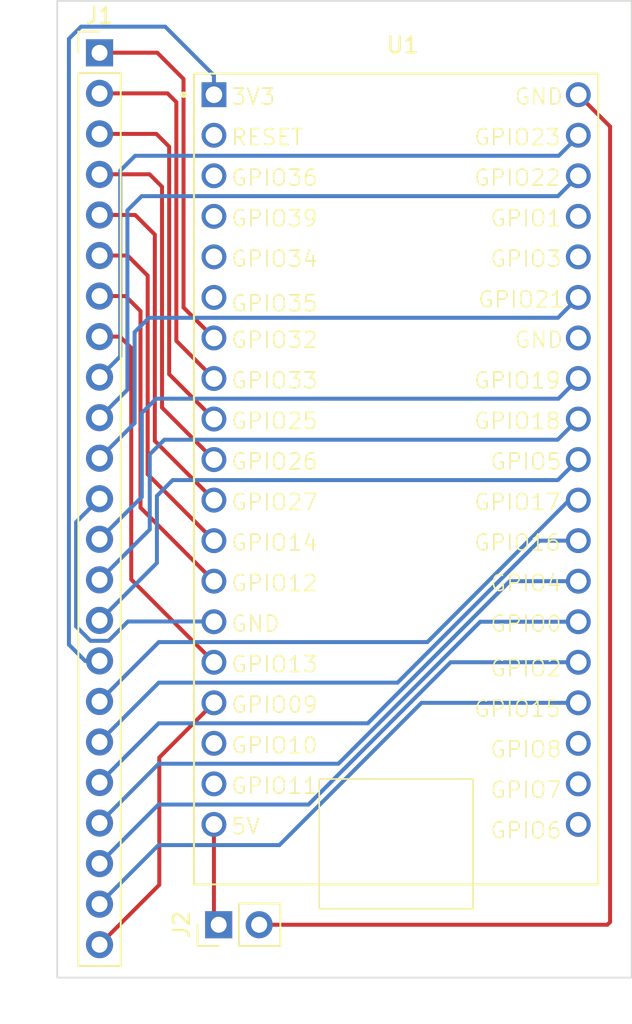
<source format=kicad_pcb>
(kicad_pcb (version 20240108) (generator "pcbnew") (generator_version "8.0")
  (layers (0 "F.Cu" signal) (31 "B.Cu" signal) (34 "B.Paste" user) (35 "F.Paste" user) (36 "B.SilkS" user "B.Silkscreen") (37 "F.SilkS" user "F.Silkscreen") (38 "B.Mask" user) (39 "F.Mask" user) (44 "Edge.Cuts" user))
  (net 0 "")
  (net 1 "Net-(J1-Pin_22)")
  (net 2 "Net-(J1-Pin_21)")
  (net 3 "Net-(J1-Pin_20)")
  (net 4 "Net-(J1-Pin_19)")
  (net 5 "Net-(J1-Pin_18)")
  (net 6 "Net-(J1-Pin_17)")
  (net 7 "Net-(J1-Pin_16)")
  (net 8 "Net-(J1-Pin_15)")
  (net 9 "Net-(J1-Pin_14)")
  (net 10 "Net-(J1-Pin_13)")
  (net 11 "Net-(J1-Pin_12)")
  (net 12 "Net-(J1-Pin_11)")
  (net 13 "Net-(J1-Pin_10)")
  (net 14 "Net-(J1-Pin_9)")
  (net 15 "Net-(J1-Pin_8)")
  (net 16 "Net-(J1-Pin_7)")
  (net 17 "Net-(J1-Pin_6)")
  (net 18 "Net-(J1-Pin_5)")
  (net 19 "Net-(J1-Pin_4)")
  (net 20 "Net-(J1-Pin_3)")
  (net 21 "Net-(J1-Pin_2)")
  (net 23 "Net-(J2-Pin_1)")
  (net 36 "Net-(J2-Pin_2)")
  (net 37 "Net-(J1-Pin_1)")
  (net 38 "Net-(J1-Pin_23)")
  (footprint "Connector_PinHeader_2.54mm:PinHeader_1x02_P2.54mm_Vertical" (layer "F.Cu") (at 119.225 112 90)
    (property "Reference" "J2" (at 0 -2.33 90) (layer "F.SilkS"))
    (property "Value" "Conn_01x02_Pin")
    (fp_line (start -1.33 -1.33) (end 0 -1.33) (stroke (width 0.12)) (layer "F.SilkS"))
    (fp_line (start -1.33 0) (end -1.33 -1.33) (stroke (width 0.12)) (layer "F.SilkS"))
    (fp_line (start 1.33 1.27) (end 1.33 3.87) (stroke (width 0.12)) (layer "F.SilkS"))
    (fp_line (start -1.33 1.27) (end 1.33 1.27) (stroke (width 0.12)) (layer "F.SilkS"))
    (fp_line (start -1.33 1.27) (end -1.33 3.87) (stroke (width 0.12)) (layer "F.SilkS"))
    (fp_line (start -1.33 3.87) (end 1.33 3.87) (stroke (width 0.12)) (layer "F.SilkS"))
    (pad "1" thru_hole rect (at 0 0 90) (size 1.7 1.7) (drill 1) (layers "*.Cu" "*.Mask") (net 23 "Net-(J2-Pin_1)"))
    (pad "2" thru_hole oval (at 0 2.54 90) (size 1.7 1.7) (drill 1) (layers "*.Cu" "*.Mask") (net 36 "Net-(J2-Pin_2)"))
  )
  (footprint "Connector_PinHeader_2.54mm:PinHeader_1x23_P2.54mm_Vertical" (layer "F.Cu") (at 111.75 57.37)
    (property "Reference" "J1" (at 0 -2.33 0) (layer "F.SilkS"))
    (property "Value" "Conn_01x22_Pin")
    (fp_line (start -1.33 -1.33) (end 0 -1.33) (stroke (width 0.12)) (layer "F.SilkS"))
    (fp_line (start -1.33 0) (end -1.33 -1.33) (stroke (width 0.12)) (layer "F.SilkS"))
    (fp_line (start -1.33 1.27) (end -1.33 57.21) (stroke (width 0.12)) (layer "F.SilkS"))
    (fp_line (start -1.33 1.27) (end 1.33 1.27) (stroke (width 0.12)) (layer "F.SilkS"))
    (fp_line (start -1.33 57.21) (end 1.33 57.21) (stroke (width 0.12)) (layer "F.SilkS"))
    (fp_line (start 1.33 1.27) (end 1.33 57.21) (stroke (width 0.12)) (layer "F.SilkS"))
    (pad "1" thru_hole rect (at 0 0) (size 1.7 1.7) (drill 1) (layers "*.Cu" "*.Mask") (net 37 "Net-(J1-Pin_1)"))
    (pad "2" thru_hole oval (at 0 2.54) (size 1.7 1.7) (drill 1) (layers "*.Cu" "*.Mask") (net 21 "Net-(J1-Pin_2)"))
    (pad "3" thru_hole oval (at 0 5.08) (size 1.7 1.7) (drill 1) (layers "*.Cu" "*.Mask") (net 20 "Net-(J1-Pin_3)"))
    (pad "4" thru_hole oval (at 0 7.62) (size 1.7 1.7) (drill 1) (layers "*.Cu" "*.Mask") (net 19 "Net-(J1-Pin_4)"))
    (pad "5" thru_hole oval (at 0 10.16) (size 1.7 1.7) (drill 1) (layers "*.Cu" "*.Mask") (net 18 "Net-(J1-Pin_5)"))
    (pad "6" thru_hole oval (at 0 12.7) (size 1.7 1.7) (drill 1) (layers "*.Cu" "*.Mask") (net 17 "Net-(J1-Pin_6)"))
    (pad "7" thru_hole oval (at 0 15.24) (size 1.7 1.7) (drill 1) (layers "*.Cu" "*.Mask") (net 16 "Net-(J1-Pin_7)"))
    (pad "8" thru_hole oval (at 0 17.78) (size 1.7 1.7) (drill 1) (layers "*.Cu" "*.Mask") (net 15 "Net-(J1-Pin_8)"))
    (pad "9" thru_hole oval (at 0 20.32) (size 1.7 1.7) (drill 1) (layers "*.Cu" "*.Mask") (net 14 "Net-(J1-Pin_9)"))
    (pad "10" thru_hole oval (at 0 22.86) (size 1.7 1.7) (drill 1) (layers "*.Cu" "*.Mask") (net 13 "Net-(J1-Pin_10)"))
    (pad "11" thru_hole oval (at 0 25.4) (size 1.7 1.7) (drill 1) (layers "*.Cu" "*.Mask") (net 12 "Net-(J1-Pin_11)"))
    (pad "12" thru_hole oval (at 0 27.94) (size 1.7 1.7) (drill 1) (layers "*.Cu" "*.Mask") (net 11 "Net-(J1-Pin_12)"))
    (pad "13" thru_hole oval (at 0 30.48) (size 1.7 1.7) (drill 1) (layers "*.Cu" "*.Mask") (net 10 "Net-(J1-Pin_13)"))
    (pad "14" thru_hole oval (at 0 33.02) (size 1.7 1.7) (drill 1) (layers "*.Cu" "*.Mask") (net 9 "Net-(J1-Pin_14)"))
    (pad "15" thru_hole oval (at 0 35.56) (size 1.7 1.7) (drill 1) (layers "*.Cu" "*.Mask") (net 8 "Net-(J1-Pin_15)"))
    (pad "16" thru_hole oval (at 0 38.1) (size 1.7 1.7) (drill 1) (layers "*.Cu" "*.Mask") (net 7 "Net-(J1-Pin_16)"))
    (pad "17" thru_hole oval (at 0 40.64) (size 1.7 1.7) (drill 1) (layers "*.Cu" "*.Mask") (net 6 "Net-(J1-Pin_17)"))
    (pad "18" thru_hole oval (at 0 43.18) (size 1.7 1.7) (drill 1) (layers "*.Cu" "*.Mask") (net 5 "Net-(J1-Pin_18)"))
    (pad "19" thru_hole oval (at 0 45.72) (size 1.7 1.7) (drill 1) (layers "*.Cu" "*.Mask") (net 4 "Net-(J1-Pin_19)"))
    (pad "20" thru_hole oval (at 0 48.26) (size 1.7 1.7) (drill 1) (layers "*.Cu" "*.Mask") (net 3 "Net-(J1-Pin_20)"))
    (pad "21" thru_hole oval (at 0 50.8) (size 1.7 1.7) (drill 1) (layers "*.Cu" "*.Mask") (net 2 "Net-(J1-Pin_21)"))
    (pad "22" thru_hole oval (at 0 53.34) (size 1.7 1.7) (drill 1) (layers "*.Cu" "*.Mask") (net 1 "Net-(J1-Pin_22)"))
    (pad "23" thru_hole oval (at 0 55.88) (size 1.7 1.7) (drill 1) (layers "*.Cu" "*.Mask") (net 38 "Net-(J1-Pin_23)"))
  )
  (footprint "ESP32 28-pin:MODULE_ESP32-DEVKITC-32D" (layer "F.Cu") (at 131.6275 79.7545)
    (property "Reference" "U1" (at -0.86 -22.87 0) (layer "F.SilkS") (effects (font (size 1.000386 1.000386))))
    (property "Value" "ESP32-DEVKITC-32D" (hide yes))
    (fp_line (start -13.95 -21.082) (end 11.41 -21.082) (stroke (width 0.127)) (layer "F.SilkS"))
    (fp_line (start -13.95 29.718) (end -13.95 -21.082) (stroke (width 0.127)) (layer "F.SilkS"))
    (fp_line (start 11.41 -21.082) (end 11.41 29.718) (stroke (width 0.127)) (layer "F.SilkS"))
    (fp_line (start 11.41 29.718) (end -13.95 29.718) (stroke (width 0.127)) (layer "F.SilkS"))
    (fp_rect (start -6.096 23.114) (end 3.556 31.242) (stroke (width 0.1)) (fill none) (layer "F.SilkS"))
    (fp_circle (center -14.6 -19.76) (end -14.5 -19.76) (stroke (width 0.2)) (fill none) (layer "F.SilkS"))
    (fp_text user "GPIO2" (at 4.572 16.764 0) (layer "F.SilkS") (effects (font (thickness 0.1)) (justify left bottom)))
    (fp_text user "GND" (at 6.096 -3.81 0) (layer "F.SilkS") (effects (font (thickness 0.1)) (justify left bottom)))
    (fp_text user "GPIO25" (at -11.684 1.27 0) (layer "F.SilkS") (effects (font (thickness 0.1)) (justify left bottom)))
    (fp_text user "GPIO35" (at -11.684 -6.096 0) (layer "F.SilkS") (effects (font (thickness 0.1)) (justify left bottom)))
    (fp_text user "GPIO39" (at -11.684 -11.43 0) (layer "F.SilkS") (effects (font (thickness 0.1)) (justify left bottom)))
    (fp_text user "GPIO09" (at -11.684 19.05 0) (layer "F.SilkS") (effects (font (thickness 0.1)) (justify left bottom)))
    (fp_text user "GPIO26" (at -11.684 3.81 0) (layer "F.SilkS") (effects (font (thickness 0.1)) (justify left bottom)))
    (fp_text user "GPIO12" (at -11.684 11.43 0) (layer "F.SilkS") (effects (font (thickness 0.1)) (justify left bottom)))
    (fp_text user "GND" (at -11.684 13.97 0) (layer "F.SilkS") (effects (font (thickness 0.1)) (justify left bottom)))
    (fp_text user "GPIO10" (at -11.684 21.59 0) (layer "F.SilkS") (effects (font (thickness 0.1)) (justify left bottom)))
    (fp_text user "GPIO22" (at 3.556 -13.97 0) (layer "F.SilkS") (effects (font (thickness 0.1)) (justify left bottom)))
    (fp_text user "GPIO4" (at 4.572 11.43 0) (layer "F.SilkS") (effects (font (thickness 0.1)) (justify left bottom)))
    (fp_text user "GPIO6" (at 4.572 26.924 0) (layer "F.SilkS") (effects (font (thickness 0.1)) (justify left bottom)))
    (fp_text user "GPIO34" (at -11.684 -8.89 0) (layer "F.SilkS") (effects (font (thickness 0.1)) (justify left bottom)))
    (fp_text user "GPIO17" (at 3.556 6.35 0) (layer "F.SilkS") (effects (font (thickness 0.1)) (justify left bottom)))
    (fp_text user "GPIO0" (at 4.572 13.97 0) (layer "F.SilkS") (effects (font (thickness 0.1)) (justify left bottom)))
    (fp_text user "GPIO15" (at 3.556 19.304 0) (layer "F.SilkS") (effects (font (thickness 0.1)) (justify left bottom)))
    (fp_text user "GPIO5" (at 4.572 3.81 0) (layer "F.SilkS") (effects (font (thickness 0.1)) (justify left bottom)))
    (fp_text user "GPIO11" (at -11.684 24.13 0) (layer "F.SilkS") (effects (font (thickness 0.1)) (justify left bottom)))
    (fp_text user "GPIO18" (at 3.556 1.27 0) (layer "F.SilkS") (effects (font (thickness 0.1)) (justify left bottom)))
    (fp_text user "GPIO23" (at 3.556 -16.51 0) (layer "F.SilkS") (effects (font (thickness 0.1)) (justify left bottom)))
    (fp_text user "GPIO33" (at -11.684 -1.27 0) (layer "F.SilkS") (effects (font (thickness 0.1)) (justify left bottom)))
    (fp_text user "GPIO14" (at -11.684 8.89 0) (layer "F.SilkS") (effects (font (thickness 0.1)) (justify left bottom)))
    (fp_text user "GPIO3" (at 4.572 -8.89 0) (layer "F.SilkS") (effects (font (thickness 0.1)) (justify left bottom)))
    (fp_text user "GPIO1" (at 4.572 -11.43 0) (layer "F.SilkS") (effects (font (thickness 0.1)) (justify left bottom)))
    (fp_text user "GPIO7" (at 4.572 24.384 0) (layer "F.SilkS") (effects (font (thickness 0.1)) (justify left bottom)))
    (fp_text user "5V" (at -11.684 26.67 0) (layer "F.SilkS") (effects (font (thickness 0.1)) (justify left bottom)))
    (fp_text user "GPIO19" (at 3.556 -1.27 0) (layer "F.SilkS") (effects (font (thickness 0.1)) (justify left bottom)))
    (fp_text user "RESET" (at -11.684 -16.51 0) (layer "F.SilkS") (effects (font (thickness 0.1)) (justify left bottom)))
    (fp_text user "GPIO27" (at -11.684 6.35 0) (layer "F.SilkS") (effects (font (thickness 0.1)) (justify left bottom)))
    (fp_text user "GPIO21" (at 3.81 -6.35 0) (layer "F.SilkS") (effects (font (thickness 0.1)) (justify left bottom)))
    (fp_text user "GPIO13" (at -11.684 16.51 0) (layer "F.SilkS") (effects (font (thickness 0.1)) (justify left bottom)))
    (fp_text user "GPIO16" (at 3.556 8.89 0) (layer "F.SilkS") (effects (font (thickness 0.1)) (justify left bottom)))
    (fp_text user "GPIO32" (at -11.684 -3.81 0) (layer "F.SilkS") (effects (font (thickness 0.1)) (justify left bottom)))
    (fp_text user "GPIO8" (at 4.572 21.844 0) (layer "F.SilkS") (effects (font (thickness 0.1)) (justify left bottom)))
    (fp_text user "GND" (at 6.096 -19.05 0) (layer "F.SilkS") (effects (font (thickness 0.1)) (justify left bottom)))
    (fp_text user "3V3" (at -11.684 -19.05 0) (layer "F.SilkS") (effects (font (thickness 0.1)) (justify left bottom)))
    (fp_text user "GPIO36" (at -11.684 -13.97 0) (layer "F.SilkS") (effects (font (thickness 0.1)) (justify left bottom)))
    (pad "J2-1" thru_hole rect (at -12.7 -19.76) (size 1.56 1.56) (drill 1.04) (layers "*.Cu" "*.Mask") (net 7 "Net-(J1-Pin_16)"))
    (pad "J2-2" thru_hole circle (at -12.7 -17.22) (size 1.56 1.56) (drill 1.04) (layers "*.Cu" "*.Mask"))
    (pad "J2-3" thru_hole circle (at -12.7 -14.68) (size 1.56 1.56) (drill 1.04) (layers "*.Cu" "*.Mask"))
    (pad "J2-4" thru_hole circle (at -12.7 -12.14) (size 1.56 1.56) (drill 1.04) (layers "*.Cu" "*.Mask"))
    (pad "J2-5" thru_hole circle (at -12.7 -9.6) (size 1.56 1.56) (drill 1.04) (layers "*.Cu" "*.Mask"))
    (pad "J2-6" thru_hole circle (at -12.7 -7.06) (size 1.56 1.56) (drill 1.04) (layers "*.Cu" "*.Mask"))
    (pad "J2-7" thru_hole circle (at -12.7 -4.52) (size 1.56 1.56) (drill 1.04) (layers "*.Cu" "*.Mask") (net 37 "Net-(J1-Pin_1)"))
    (pad "J2-8" thru_hole circle (at -12.7 -1.98) (size 1.56 1.56) (drill 1.04) (layers "*.Cu" "*.Mask") (net 21 "Net-(J1-Pin_2)"))
    (pad "J2-9" thru_hole circle (at -12.7 0.56) (size 1.56 1.56) (drill 1.04) (layers "*.Cu" "*.Mask") (net 20 "Net-(J1-Pin_3)"))
    (pad "J2-10" thru_hole circle (at -12.7 3.1) (size 1.56 1.56) (drill 1.04) (layers "*.Cu" "*.Mask") (net 19 "Net-(J1-Pin_4)"))
    (pad "J2-11" thru_hole circle (at -12.7 5.64) (size 1.56 1.56) (drill 1.04) (layers "*.Cu" "*.Mask") (net 18 "Net-(J1-Pin_5)"))
    (pad "J2-12" thru_hole circle (at -12.7 8.18) (size 1.56 1.56) (drill 1.04) (layers "*.Cu" "*.Mask") (net 17 "Net-(J1-Pin_6)"))
    (pad "J2-13" thru_hole circle (at -12.7 10.72) (size 1.56 1.56) (drill 1.04) (layers "*.Cu" "*.Mask") (net 16 "Net-(J1-Pin_7)"))
    (pad "J2-14" thru_hole circle (at -12.7 13.26) (size 1.56 1.56) (drill 1.04) (layers "*.Cu" "*.Mask") (net 11 "Net-(J1-Pin_12)"))
    (pad "J2-15" thru_hole circle (at -12.7 15.8) (size 1.56 1.56) (drill 1.04) (layers "*.Cu" "*.Mask") (net 15 "Net-(J1-Pin_8)"))
    (pad "J2-16" thru_hole circle (at -12.7 18.34) (size 1.56 1.56) (drill 1.04) (layers "*.Cu" "*.Mask") (net 38 "Net-(J1-Pin_23)"))
    (pad "J2-17" thru_hole circle (at -12.7 20.88) (size 1.56 1.56) (drill 1.04) (layers "*.Cu" "*.Mask"))
    (pad "J2-18" thru_hole circle (at -12.7 23.42) (size 1.56 1.56) (drill 1.04) (layers "*.Cu" "*.Mask"))
    (pad "J2-19" thru_hole circle (at -12.7 25.96) (size 1.56 1.56) (drill 1.04) (layers "*.Cu" "*.Mask") (net 23 "Net-(J2-Pin_1)"))
    (pad "J3-1" thru_hole circle (at 10.16 -19.76) (size 1.56 1.56) (drill 1.04) (layers "*.Cu" "*.Mask") (net 36 "Net-(J2-Pin_2)"))
    (pad "J3-2" thru_hole circle (at 10.16 -17.22) (size 1.56 1.56) (drill 1.04) (layers "*.Cu" "*.Mask") (net 14 "Net-(J1-Pin_9)"))
    (pad "J3-3" thru_hole circle (at 10.16 -14.68) (size 1.56 1.56) (drill 1.04) (layers "*.Cu" "*.Mask") (net 13 "Net-(J1-Pin_10)"))
    (pad "J3-4" thru_hole circle (at 10.16 -12.14) (size 1.56 1.56) (drill 1.04) (layers "*.Cu" "*.Mask"))
    (pad "J3-5" thru_hole circle (at 10.16 -9.6) (size 1.56 1.56) (drill 1.04) (layers "*.Cu" "*.Mask"))
    (pad "J3-6" thru_hole circle (at 10.16 -7.06) (size 1.56 1.56) (drill 1.04) (layers "*.Cu" "*.Mask") (net 12 "Net-(J1-Pin_11)"))
    (pad "J3-7" thru_hole circle (at 10.16 -4.52) (size 1.56 1.56) (drill 1.04) (layers "*.Cu" "*.Mask"))
    (pad "J3-8" thru_hole circle (at 10.16 -1.98) (size 1.56 1.56) (drill 1.04) (layers "*.Cu" "*.Mask") (net 10 "Net-(J1-Pin_13)"))
    (pad "J3-9" thru_hole circle (at 10.16 0.56) (size 1.56 1.56) (drill 1.04) (layers "*.Cu" "*.Mask") (net 9 "Net-(J1-Pin_14)"))
    (pad "J3-10" thru_hole circle (at 10.16 3.1) (size 1.56 1.56) (drill 1.04) (layers "*.Cu" "*.Mask") (net 8 "Net-(J1-Pin_15)"))
    (pad "J3-11" thru_hole circle (at 10.16 5.64) (size 1.56 1.56) (drill 1.04) (layers "*.Cu" "*.Mask") (net 6 "Net-(J1-Pin_17)"))
    (pad "J3-12" thru_hole circle (at 10.16 8.18) (size 1.56 1.56) (drill 1.04) (layers "*.Cu" "*.Mask") (net 5 "Net-(J1-Pin_18)"))
    (pad "J3-13" thru_hole circle (at 10.16 10.72) (size 1.56 1.56) (drill 1.04) (layers "*.Cu" "*.Mask") (net 4 "Net-(J1-Pin_19)"))
    (pad "J3-14" thru_hole circle (at 10.16 13.26) (size 1.56 1.56) (drill 1.04) (layers "*.Cu" "*.Mask") (net 3 "Net-(J1-Pin_20)"))
    (pad "J3-15" thru_hole circle (at 10.16 15.8) (size 1.56 1.56) (drill 1.04) (layers "*.Cu" "*.Mask") (net 2 "Net-(J1-Pin_21)"))
    (pad "J3-16" thru_hole circle (at 10.16 18.34) (size 1.56 1.56) (drill 1.04) (layers "*.Cu" "*.Mask") (net 1 "Net-(J1-Pin_22)"))
    (pad "J3-17" thru_hole circle (at 10.16 20.88) (size 1.56 1.56) (drill 1.04) (layers "*.Cu" "*.Mask"))
    (pad "J3-18" thru_hole circle (at 10.16 23.42) (size 1.56 1.56) (drill 1.04) (layers "*.Cu" "*.Mask"))
    (pad "J3-19" thru_hole circle (at 10.16 25.96) (size 1.56 1.56) (drill 1.04) (layers "*.Cu" "*.Mask"))
  )
  (gr_rect (start 109.1 54.11) (end 145.13 115.31) (stroke (width 0.1)) (fill none) (layer "Edge.Cuts"))
  (segment (start 111.75 110.71) (end 115.45 107.01) (width 0.25) (layer "B.Cu") (net 1))
  (segment (start 123.035 107.01) (end 131.9505 98.0945) (width 0.25) (layer "B.Cu") (net 1))
  (segment (start 131.9505 98.0945) (end 141.7875 98.0945) (width 0.25) (layer "B.Cu") (net 1))
  (segment (start 115.45 107.01) (end 123.035 107.01) (width 0.25) (layer "B.Cu") (net 1))
  (segment (start 124.86 104.47) (end 133.7755 95.5545) (width 0.25) (layer "B.Cu") (net 2))
  (segment (start 111.75 108.17) (end 115.45 104.47) (width 0.25) (layer "B.Cu") (net 2))
  (segment (start 115.45 104.47) (end 124.86 104.47) (width 0.25) (layer "B.Cu") (net 2))
  (segment (start 133.7755 95.5545) (end 141.7875 95.5545) (width 0.25) (layer "B.Cu") (net 2))
  (segment (start 135.6355 93.0145) (end 141.7875 93.0145) (width 0.25) (layer "B.Cu") (net 3))
  (segment (start 111.75 105.63) (end 115.47 101.91) (width 0.25) (layer "B.Cu") (net 3))
  (segment (start 115.47 101.91) (end 126.74 101.91) (width 0.25) (layer "B.Cu") (net 3))
  (segment (start 126.74 101.91) (end 135.6355 93.0145) (width 0.25) (layer "B.Cu") (net 3))
  (segment (start 115.46 99.38) (end 128.58 99.38) (width 0.25) (layer "B.Cu") (net 4))
  (segment (start 128.58 99.38) (end 137.4855 90.4745) (width 0.25) (layer "B.Cu") (net 4))
  (segment (start 111.75 103.09) (end 115.46 99.38) (width 0.25) (layer "B.Cu") (net 4))
  (segment (start 137.4855 90.4745) (end 141.7875 90.4745) (width 0.25) (layer "B.Cu") (net 4))
  (segment (start 139.3455 87.9345) (end 141.7875 87.9345) (width 0.25) (layer "B.Cu") (net 5))
  (segment (start 130.45 96.83) (end 139.3455 87.9345) (width 0.25) (layer "B.Cu") (net 5))
  (segment (start 111.75 100.55) (end 115.47 96.83) (width 0.25) (layer "B.Cu") (net 5))
  (segment (start 115.47 96.83) (end 130.45 96.83) (width 0.25) (layer "B.Cu") (net 5))
  (segment (start 132.32 94.29) (end 141.2155 85.3945) (width 0.25) (layer "B.Cu") (net 6))
  (segment (start 141.2155 85.3945) (end 141.7875 85.3945) (width 0.25) (layer "B.Cu") (net 6))
  (segment (start 111.75 98.01) (end 115.47 94.29) (width 0.25) (layer "B.Cu") (net 6))
  (segment (start 115.47 94.29) (end 132.32 94.29) (width 0.25) (layer "B.Cu") (net 6))
  (segment (start 109.83 94.45) (end 109.83 56.49) (width 0.25) (layer "B.Cu") (net 7))
  (segment (start 110.85 95.47) (end 111.75 95.47) (width 0.25) (layer "B.Cu") (net 7))
  (segment (start 110.85 95.47) (end 109.83 94.45) (width 0.25) (layer "B.Cu") (net 7))
  (segment (start 115.87 55.73) (end 118.9275 58.7875) (width 0.25) (layer "B.Cu") (net 7))
  (segment (start 109.83 56.49) (end 110.59 55.73) (width 0.25) (layer "B.Cu") (net 7))
  (segment (start 118.9275 58.7875) (end 118.9275 59.9945) (width 0.25) (layer "B.Cu") (net 7))
  (segment (start 110.59 55.73) (end 115.87 55.73) (width 0.25) (layer "B.Cu") (net 7))
  (segment (start 140.502 84.14) (end 141.7875 82.8545) (width 0.25) (layer "B.Cu") (net 8))
  (segment (start 115.35 85.13) (end 116.34 84.14) (width 0.25) (layer "B.Cu") (net 8))
  (segment (start 111.75 92.93) (end 115.35 89.33) (width 0.25) (layer "B.Cu") (net 8))
  (segment (start 115.35 89.33) (end 115.35 85.13) (width 0.25) (layer "B.Cu") (net 8))
  (segment (start 116.34 84.14) (end 140.502 84.14) (width 0.25) (layer "B.Cu") (net 8))
  (segment (start 111.75 90.39) (end 114.9 87.24) (width 0.25) (layer "B.Cu") (net 9))
  (segment (start 114.9 87.24) (end 114.9 82.53) (width 0.25) (layer "B.Cu") (net 9))
  (segment (start 114.9 82.53) (end 115.82 81.61) (width 0.25) (layer "B.Cu") (net 9))
  (segment (start 140.492 81.61) (end 141.7875 80.3145) (width 0.25) (layer "B.Cu") (net 9))
  (segment (start 115.82 81.61) (end 140.492 81.61) (width 0.25) (layer "B.Cu") (net 9))
  (segment (start 115.3 79.04) (end 140.54 79.04) (width 0.25) (layer "B.Cu") (net 10))
  (segment (start 140.54 79.04) (end 141.8055 77.7745) (width 0.25) (layer "B.Cu") (net 10))
  (segment (start 114.4 79.94) (end 115.3 79.04) (width 0.25) (layer "B.Cu") (net 10))
  (segment (start 114.4 85.2) (end 114.4 79.94) (width 0.25) (layer "B.Cu") (net 10))
  (segment (start 111.75 87.85) (end 114.4 85.2) (width 0.25) (layer "B.Cu") (net 10))
  (segment (start 118.913 93) (end 118.9275 93.0145) (width 0.25) (layer "B.Cu") (net 11))
  (segment (start 110.28 93.31) (end 111.18 94.21) (width 0.25) (layer "B.Cu") (net 11))
  (segment (start 110.28 86.78) (end 111.75 85.31) (width 0.25) (layer "B.Cu") (net 11))
  (segment (start 112.32 94.21) (end 113.53 93) (width 0.25) (layer "B.Cu") (net 11))
  (segment (start 113.53 93) (end 118.913 93) (width 0.25) (layer "B.Cu") (net 11))
  (segment (start 110.28 86.78) (end 110.28 93.31) (width 0.25) (layer "B.Cu") (net 11))
  (segment (start 111.18 94.21) (end 112.32 94.21) (width 0.25) (layer "B.Cu") (net 11))
  (segment (start 140.512 73.97) (end 141.7875 72.6945) (width 0.25) (layer "B.Cu") (net 12))
  (segment (start 111.75 82.77) (end 113.95 80.57) (width 0.25) (layer "B.Cu") (net 12))
  (segment (start 113.95 74.87) (end 114.85 73.97) (width 0.25) (layer "B.Cu") (net 12))
  (segment (start 114.85 73.97) (end 140.512 73.97) (width 0.25) (layer "B.Cu") (net 12))
  (segment (start 113.95 80.57) (end 113.95 74.87) (width 0.25) (layer "B.Cu") (net 12))
  (segment (start 113.5 67.24) (end 114.39 66.35) (width 0.25) (layer "B.Cu") (net 13))
  (segment (start 114.39 66.35) (end 140.512 66.35) (width 0.25) (layer "B.Cu") (net 13))
  (segment (start 113.5 78.48) (end 113.5 67.24) (width 0.25) (layer "B.Cu") (net 13))
  (segment (start 140.512 66.35) (end 141.7875 65.0745) (width 0.25) (layer "B.Cu") (net 13))
  (segment (start 111.75 80.23) (end 113.5 78.48) (width 0.25) (layer "B.Cu") (net 13))
  (segment (start 111.75 77.69) (end 113.05 76.39) (width 0.25) (layer "B.Cu") (net 14))
  (segment (start 113.05 64.75) (end 113.98 63.82) (width 0.25) (layer "B.Cu") (net 14))
  (segment (start 113.05 76.39) (end 113.05 64.75) (width 0.25) (layer "B.Cu") (net 14))
  (segment (start 140.56 63.82) (end 141.8455 62.5345) (width 0.25) (layer "B.Cu") (net 14))
  (segment (start 113.98 63.82) (end 140.56 63.82) (width 0.25) (layer "B.Cu") (net 14))
  (segment (start 113.74 90.367) (end 118.9275 95.5545) (width 0.25) (layer "F.Cu") (net 15))
  (segment (start 113.74 75.86) (end 113.74 90.367) (width 0.25) (layer "F.Cu") (net 15))
  (segment (start 113.03 75.15) (end 113.74 75.86) (width 0.25) (layer "F.Cu") (net 15))
  (segment (start 111.75 75.15) (end 113.03 75.15) (width 0.25) (layer "F.Cu") (net 15))
  (segment (start 114.32 85.867) (end 118.9275 90.4745) (width 0.25) (layer "F.Cu") (net 16))
  (segment (start 111.75 72.61) (end 113.38 72.61) (width 0.25) (layer "F.Cu") (net 16))
  (segment (start 114.32 73.55) (end 114.32 85.867) (width 0.25) (layer "F.Cu") (net 16))
  (segment (start 113.38 72.61) (end 114.32 73.55) (width 0.25) (layer "F.Cu") (net 16))
  (segment (start 114.77 71.33) (end 114.77 83.777) (width 0.25) (layer "F.Cu") (net 17))
  (segment (start 111.75 70.07) (end 113.51 70.07) (width 0.25) (layer "F.Cu") (net 17))
  (segment (start 114.77 83.777) (end 118.9275 87.9345) (width 0.25) (layer "F.Cu") (net 17))
  (segment (start 113.51 70.07) (end 114.77 71.33) (width 0.25) (layer "F.Cu") (net 17))
  (segment (start 111.75 67.53) (end 113.99 67.53) (width 0.25) (layer "F.Cu") (net 18))
  (segment (start 115.22 81.687) (end 118.9275 85.3945) (width 0.25) (layer "F.Cu") (net 18))
  (segment (start 115.22 68.76) (end 115.22 81.687) (width 0.25) (layer "F.Cu") (net 18))
  (segment (start 113.99 67.53) (end 115.22 68.76) (width 0.25) (layer "F.Cu") (net 18))
  (segment (start 111.76 64.98) (end 114.89 64.98) (width 0.25) (layer "F.Cu") (net 19))
  (segment (start 115.67 79.597) (end 118.9275 82.8545) (width 0.25) (layer "F.Cu") (net 19))
  (segment (start 111.75 64.99) (end 111.76 64.98) (width 0.25) (layer "F.Cu") (net 19))
  (segment (start 114.89 64.98) (end 115.67 65.76) (width 0.25) (layer "F.Cu") (net 19))
  (segment (start 115.67 65.76) (end 115.67 79.597) (width 0.25) (layer "F.Cu") (net 19))
  (segment (start 116.12 77.507) (end 118.9275 80.3145) (width 0.25) (layer "F.Cu") (net 20))
  (segment (start 111.75 62.45) (end 115.32 62.45) (width 0.25) (layer "F.Cu") (net 20))
  (segment (start 115.32 62.45) (end 116.12 63.25) (width 0.25) (layer "F.Cu") (net 20))
  (segment (start 116.12 63.25) (end 116.12 77.507) (width 0.25) (layer "F.Cu") (net 20))
  (segment (start 116.57 60.46) (end 116.57 75.417) (width 0.25) (layer "F.Cu") (net 21))
  (segment (start 116.57 75.417) (end 118.9275 77.7745) (width 0.25) (layer "F.Cu") (net 21))
  (segment (start 111.75 59.91) (end 116.02 59.91) (width 0.25) (layer "F.Cu") (net 21))
  (segment (start 116.02 59.91) (end 116.57 60.46) (width 0.25) (layer "F.Cu") (net 21))
  (segment (start 118.9275 105.7145) (end 118.905 105.737) (width 0.25) (layer "F.Cu") (net 23))
  (segment (start 118.9275 111.7025) (end 119.225 112) (width 0.25) (layer "F.Cu") (net 23))
  (segment (start 118.9275 105.7145) (end 118.9275 111.7025) (width 0.25) (layer "F.Cu") (net 23))
  (segment (start 141.7875 59.9945) (end 141.7875 59.9975) (width 0.25) (layer "F.Cu") (net 36))
  (segment (start 141.7875 59.9975) (end 143.78 61.99) (width 0.25) (layer "F.Cu") (net 36))
  (segment (start 143.78 111.83) (end 143.61 112) (width 0.25) (layer "F.Cu") (net 36))
  (segment (start 143.78 61.99) (end 143.78 111.83) (width 0.25) (layer "F.Cu") (net 36))
  (segment (start 143.61 112) (end 121.765 112) (width 0.25) (layer "F.Cu") (net 36))
  (segment (start 117.02 59.01) (end 117.02 73.327) (width 0.25) (layer "F.Cu") (net 37))
  (segment (start 115.37 57.36) (end 117.02 59.01) (width 0.25) (layer "F.Cu") (net 37))
  (segment (start 117.02 73.327) (end 118.9275 75.2345) (width 0.25) (layer "F.Cu") (net 37))
  (segment (start 111.75 57.37) (end 111.76 57.36) (width 0.25) (layer "F.Cu") (net 37))
  (segment (start 111.76 57.36) (end 115.37 57.36) (width 0.25) (layer "F.Cu") (net 37))
  (segment (start 115.5 101.522) (end 118.9275 98.0945) (width 0.25) (layer "F.Cu") (net 38))
  (segment (start 111.75 113.25) (end 115.5 109.5) (width 0.25) (layer "F.Cu") (net 38))
  (segment (start 115.5 109.5) (end 115.5 101.522) (width 0.25) (layer "F.Cu") (net 38))
)
</source>
